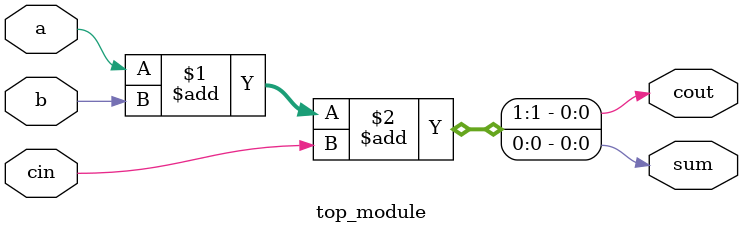
<source format=v>

module top_module (
	input a,
	input b,
	input cin,
	output cout,
	output sum
);

assign {cout, sum} = a + b + cin;

endmodule

</source>
